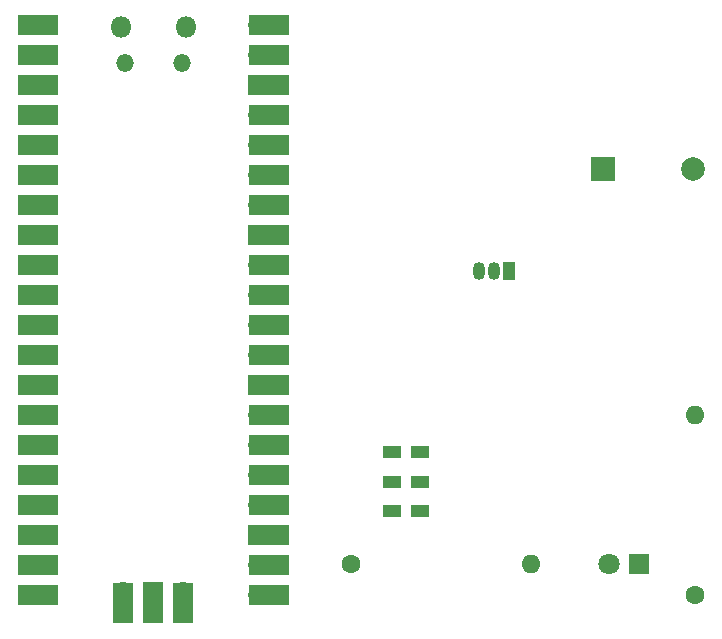
<source format=gbr>
%TF.GenerationSoftware,KiCad,Pcbnew,8.0.1*%
%TF.CreationDate,2024-04-01T01:28:53-03:00*%
%TF.ProjectId,PonderadaPCB,506f6e64-6572-4616-9461-5043422e6b69,rev?*%
%TF.SameCoordinates,Original*%
%TF.FileFunction,Soldermask,Top*%
%TF.FilePolarity,Negative*%
%FSLAX46Y46*%
G04 Gerber Fmt 4.6, Leading zero omitted, Abs format (unit mm)*
G04 Created by KiCad (PCBNEW 8.0.1) date 2024-04-01 01:28:53*
%MOMM*%
%LPD*%
G01*
G04 APERTURE LIST*
%ADD10R,1.800000X1.800000*%
%ADD11C,1.800000*%
%ADD12C,1.600000*%
%ADD13O,1.600000X1.600000*%
%ADD14R,1.600000X1.000000*%
%ADD15R,1.050000X1.500000*%
%ADD16O,1.050000X1.500000*%
%ADD17O,1.800000X1.800000*%
%ADD18O,1.500000X1.500000*%
%ADD19O,1.700000X1.700000*%
%ADD20R,3.500000X1.700000*%
%ADD21R,1.700000X1.700000*%
%ADD22R,1.700000X3.500000*%
%ADD23R,2.000000X2.000000*%
%ADD24C,2.000000*%
G04 APERTURE END LIST*
D10*
%TO.C,D1*%
X184775000Y-119000000D03*
D11*
X182235000Y-119000000D03*
%TD*%
D12*
%TO.C,R1*%
X160380000Y-119000000D03*
D13*
X175620000Y-119000000D03*
%TD*%
D14*
%TO.C,SW1*%
X163800000Y-114500000D03*
X163800000Y-112000000D03*
X163800000Y-109500000D03*
X166200000Y-114500000D03*
X166200000Y-112000000D03*
X166200000Y-109500000D03*
%TD*%
D15*
%TO.C,Q1*%
X173770000Y-94140000D03*
D16*
X172500000Y-94140000D03*
X171230000Y-94140000D03*
%TD*%
D17*
%TO.C,U1*%
X140920000Y-73485000D03*
D18*
X141220000Y-76515000D03*
X146070000Y-76515000D03*
D17*
X146370000Y-73485000D03*
D19*
X134755000Y-73355000D03*
D20*
X133855000Y-73355000D03*
D19*
X134755000Y-75895000D03*
D20*
X133855000Y-75895000D03*
D21*
X134755000Y-78435000D03*
D20*
X133855000Y-78435000D03*
D19*
X134755000Y-80975000D03*
D20*
X133855000Y-80975000D03*
D19*
X134755000Y-83515000D03*
D20*
X133855000Y-83515000D03*
D19*
X134755000Y-86055000D03*
D20*
X133855000Y-86055000D03*
D19*
X134755000Y-88595000D03*
D20*
X133855000Y-88595000D03*
D21*
X134755000Y-91135000D03*
D20*
X133855000Y-91135000D03*
D19*
X134755000Y-93675000D03*
D20*
X133855000Y-93675000D03*
D19*
X134755000Y-96215000D03*
D20*
X133855000Y-96215000D03*
D19*
X134755000Y-98755000D03*
D20*
X133855000Y-98755000D03*
D19*
X134755000Y-101295000D03*
D20*
X133855000Y-101295000D03*
D21*
X134755000Y-103835000D03*
D20*
X133855000Y-103835000D03*
D19*
X134755000Y-106375000D03*
D20*
X133855000Y-106375000D03*
D19*
X134755000Y-108915000D03*
D20*
X133855000Y-108915000D03*
D19*
X134755000Y-111455000D03*
D20*
X133855000Y-111455000D03*
D19*
X134755000Y-113995000D03*
D20*
X133855000Y-113995000D03*
D21*
X134755000Y-116535000D03*
D20*
X133855000Y-116535000D03*
D19*
X134755000Y-119075000D03*
D20*
X133855000Y-119075000D03*
D19*
X134755000Y-121615000D03*
D20*
X133855000Y-121615000D03*
D19*
X152535000Y-121615000D03*
D20*
X153435000Y-121615000D03*
D19*
X152535000Y-119075000D03*
D20*
X153435000Y-119075000D03*
D21*
X152535000Y-116535000D03*
D20*
X153435000Y-116535000D03*
D19*
X152535000Y-113995000D03*
D20*
X153435000Y-113995000D03*
D19*
X152535000Y-111455000D03*
D20*
X153435000Y-111455000D03*
D19*
X152535000Y-108915000D03*
D20*
X153435000Y-108915000D03*
D19*
X152535000Y-106375000D03*
D20*
X153435000Y-106375000D03*
D21*
X152535000Y-103835000D03*
D20*
X153435000Y-103835000D03*
D19*
X152535000Y-101295000D03*
D20*
X153435000Y-101295000D03*
D19*
X152535000Y-98755000D03*
D20*
X153435000Y-98755000D03*
D19*
X152535000Y-96215000D03*
D20*
X153435000Y-96215000D03*
D19*
X152535000Y-93675000D03*
D20*
X153435000Y-93675000D03*
D21*
X152535000Y-91135000D03*
D20*
X153435000Y-91135000D03*
D19*
X152535000Y-88595000D03*
D20*
X153435000Y-88595000D03*
D19*
X152535000Y-86055000D03*
D20*
X153435000Y-86055000D03*
D19*
X152535000Y-83515000D03*
D20*
X153435000Y-83515000D03*
D19*
X152535000Y-80975000D03*
D20*
X153435000Y-80975000D03*
D21*
X152535000Y-78435000D03*
D20*
X153435000Y-78435000D03*
D19*
X152535000Y-75895000D03*
D20*
X153435000Y-75895000D03*
D19*
X152535000Y-73355000D03*
D20*
X153435000Y-73355000D03*
D19*
X141105000Y-121385000D03*
D22*
X141105000Y-122285000D03*
D21*
X143645000Y-121385000D03*
D22*
X143645000Y-122285000D03*
D19*
X146185000Y-121385000D03*
D22*
X146185000Y-122285000D03*
%TD*%
D23*
%TO.C,BZ1*%
X181700000Y-85500000D03*
D24*
X189300000Y-85500000D03*
%TD*%
D12*
%TO.C,R2*%
X189500000Y-121620000D03*
D13*
X189500000Y-106380000D03*
%TD*%
M02*

</source>
